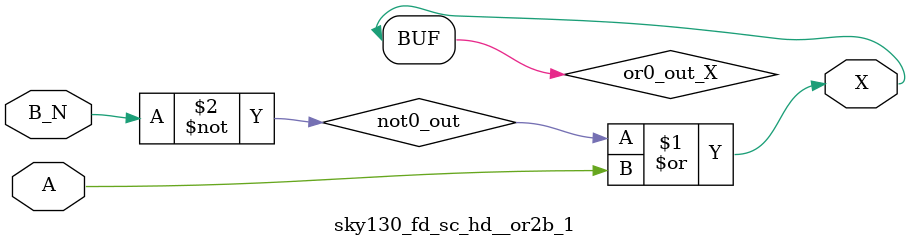
<source format=v>
/*
 * Copyright 2020 The SkyWater PDK Authors
 *
 * Licensed under the Apache License, Version 2.0 (the "License");
 * you may not use this file except in compliance with the License.
 * You may obtain a copy of the License at
 *
 *     https://www.apache.org/licenses/LICENSE-2.0
 *
 * Unless required by applicable law or agreed to in writing, software
 * distributed under the License is distributed on an "AS IS" BASIS,
 * WITHOUT WARRANTIES OR CONDITIONS OF ANY KIND, either express or implied.
 * See the License for the specific language governing permissions and
 * limitations under the License.
 *
 * SPDX-License-Identifier: Apache-2.0
*/


`ifndef SKY130_FD_SC_HD__OR2B_1_FUNCTIONAL_V
`define SKY130_FD_SC_HD__OR2B_1_FUNCTIONAL_V

/**
 * or2b: 2-input OR, first input inverted.
 *
 * Verilog simulation functional model.
 */

`timescale 1ns / 1ps
`default_nettype none

`celldefine
module sky130_fd_sc_hd__or2b_1 (
    X  ,
    A  ,
    B_N
);

    // Module ports
    output X  ;
    input  A  ;
    input  B_N;

    // Local signals
    wire not0_out ;
    wire or0_out_X;

    //  Name  Output     Other arguments
    not not0 (not0_out , B_N            );
    or  or0  (or0_out_X, not0_out, A    );
    buf buf0 (X        , or0_out_X      );

endmodule
`endcelldefine

`default_nettype wire
`endif  // SKY130_FD_SC_HD__OR2B_1_FUNCTIONAL_V

</source>
